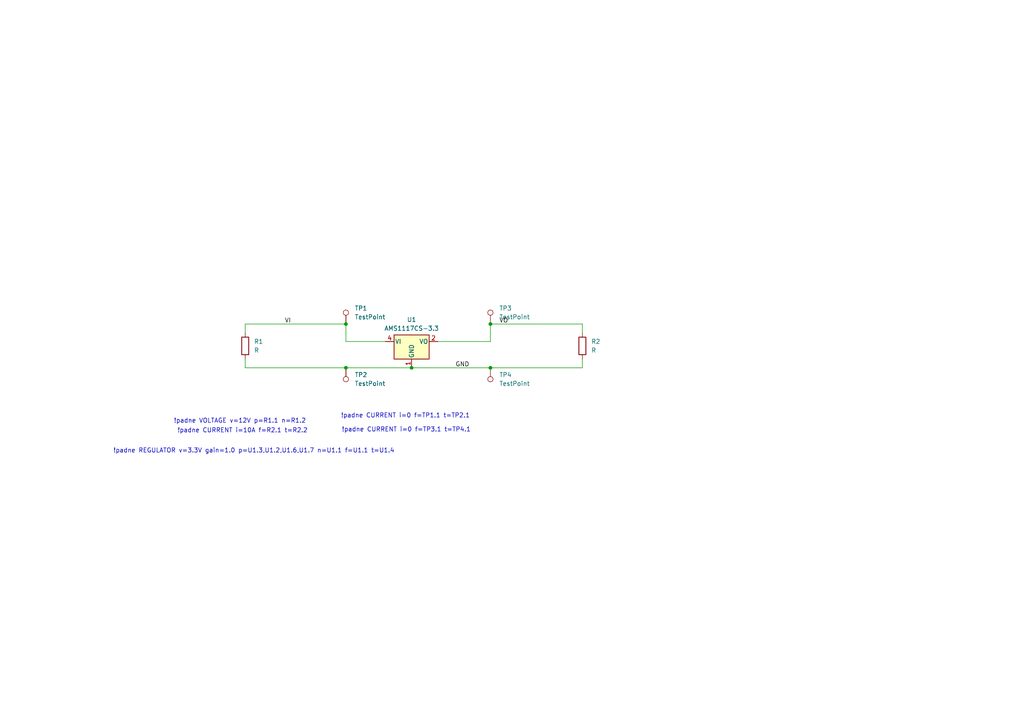
<source format=kicad_sch>
(kicad_sch (version 20231120) (generator "eeschema") (generator_version "8.0")
  (paper "A4")
  (lib_symbols
    (symbol "Connector:TestPoint" (pin_numbers hide) (pin_names (offset 0.762) hide)
      (property "Reference" "TP" (at 0 6.858 0))
      (property "Value" "TestPoint" (at 0 5.08 0))
      (symbol "TestPoint_0_1"
        (circle (center 0 3.302) (radius 0.762))
      )
      (symbol "TestPoint_1_1"
        (pin passive line (at 0 0 90) (length 2.54) (name "1") (number "1"))
      )
    )
    (symbol "Regulator_Linear:AMS1117CS-3.3" (pin_names (offset 0.254))
      (property "Reference" "U" (at -3.81 3.175 0))
      (property "Value" "AMS1117CS-3.3" (at 0 3.175 0))
      (symbol "AMS1117CS-3.3_0_1"
        (rectangle (start -5.08 -5.08) (end 5.08 1.905) (stroke (width 0.254)) (fill (type background)))
      )
      (symbol "AMS1117CS-3.3_1_1"
        (pin power_in line (at 0 -7.62 90) (length 2.54) (name "GND") (number "1"))
        (pin power_out line (at 7.62 0 180) (length 2.54) (name "VO") (number "2"))
        (pin passive line (at 7.62 0 180) (length 2.54) hide (name "VO") (number "3"))
        (pin power_in line (at -7.62 0 0) (length 2.54) (name "VI") (number "4"))
        (pin no_connect line (at -2.54 -2.54 180) (length 2.54) hide (name "NC") (number "5"))
        (pin passive line (at 7.62 0 180) (length 2.54) hide (name "VO") (number "6"))
        (pin passive line (at 7.62 0 180) (length 2.54) hide (name "VO") (number "7"))
        (pin no_connect line (at 2.54 -2.54 0) (length 2.54) hide (name "NC") (number "8"))
      )
    )
    (symbol "rflib:R" (pin_numbers hide) (pin_names (offset 0))
      (property "Reference" "R" (at 2.032 0 90))
      (property "Value" "R" (at 0 0 90))
      (symbol "R_0_1"
        (rectangle (start -1.016 -2.54) (end 1.016 2.54) (stroke (width 0.254)))
      )
      (symbol "R_1_1"
        (pin passive line (at 0 3.81 270) (length 1.27) (name "~") (number "1"))
        (pin passive line (at 0 -3.81 90) (length 1.27) (name "~") (number "2"))
      )
    )
  )
  (junction (at 100.33 93.98))
  (junction (at 142.24 93.98))
  (junction (at 142.24 106.68))
  (junction (at 119.38 106.68))
  (junction (at 100.33 106.68))
  (wire (pts (xy 168.91 106.68) (xy 168.91 104.14)))
  (wire (pts (xy 127 99.06) (xy 142.24 99.06)))
  (wire (pts (xy 142.24 99.06) (xy 142.24 93.98)))
  (wire (pts (xy 100.33 93.98) (xy 100.33 99.06)))
  (wire (pts (xy 168.91 93.98) (xy 168.91 96.52)))
  (wire (pts (xy 119.38 106.68) (xy 142.24 106.68)))
  (wire (pts (xy 71.12 106.68) (xy 71.12 104.14)))
  (wire (pts (xy 71.12 106.68) (xy 100.33 106.68)))
  (wire (pts (xy 100.33 99.06) (xy 111.76 99.06)))
  (wire (pts (xy 71.12 93.98) (xy 100.33 93.98)))
  (wire (pts (xy 142.24 93.98) (xy 168.91 93.98)))
  (wire (pts (xy 100.33 106.68) (xy 119.38 106.68)))
  (wire (pts (xy 142.24 106.68) (xy 168.91 106.68)))
  (wire (pts (xy 71.12 96.52) (xy 71.12 93.98)))
  (text "!padne CURRENT i=0 f=TP3.1 t=TP4.1" (at 117.856 124.714 0) (effects (font (size 1.27 1.27))))
  (text "!padne CURRENT i=10A f=R2.1 t=R2.2" (at 70.358 124.968 0) (effects (font (size 1.27 1.27))))
  (text "!padne REGULATOR v=3.3V gain=1.0 p=U1.3,U1.2,U1.6,U1.7 n=U1.1 f=U1.1 t=U1.4" (at 73.66 130.81 0) (effects (font (size 1.27 1.27))))
  (text "!padne CURRENT i=0 f=TP1.1 t=TP2.1" (at 117.602 120.65 0) (effects (font (size 1.27 1.27))))
  (text "!padne VOLTAGE v=12V p=R1.1 n=R1.2" (at 69.596 122.174 0) (effects (font (size 1.27 1.27))))
  (label "VO" (at 144.78 93.98 0))
  (label "GND" (at 132.08 106.68 0))
  (label "VI" (at 82.55 93.98 0))
  (symbol (lib_id "Connector:TestPoint") (at 142.24 93.98 0) (unit 1)
    (property "Reference" "TP3" (at 144.78 89.4079 0) (effects (justify left)))
    (property "Value" "TestPoint" (at 144.78 91.9479 0) (effects (justify left)))
    (property "Footprint" "TestPoint:TestPoint_Pad_D1.0mm" (effects (hide yes)))
    (property "Description" "test point" (effects (hide yes)))
  )
  (symbol (lib_id "Connector:TestPoint") (at 100.33 106.68 180) (unit 1)
    (property "Reference" "TP2" (at 102.87 108.7119 0) (effects (justify right)))
    (property "Value" "TestPoint" (at 102.87 111.2519 0) (effects (justify right)))
    (property "Footprint" "TestPoint:TestPoint_Pad_D1.0mm" (effects (hide yes)))
    (property "Description" "test point" (effects (hide yes)))
  )
  (symbol (lib_id "rflib:R") (at 71.12 100.33 0) (unit 1)
    (property "Reference" "R1" (at 73.66 99.0599 0) (effects (justify left)))
    (property "Value" "R" (at 73.66 101.5999 0) (effects (justify left)))
    (property "Footprint" "Resistor_SMD:R_1206_3216Metric" (effects (hide yes)))
    (property "Description" "Resistor" (effects (hide yes)))
  )
  (symbol (lib_id "rflib:R") (at 168.91 100.33 0) (unit 1)
    (property "Reference" "R2" (at 171.45 99.0599 0) (effects (justify left)))
    (property "Value" "R" (at 171.45 101.5999 0) (effects (justify left)))
    (property "Footprint" "Resistor_SMD:R_1206_3216Metric" (effects (hide yes)))
    (property "Description" "Resistor" (effects (hide yes)))
  )
  (symbol (lib_id "Connector:TestPoint") (at 142.24 106.68 180) (unit 1)
    (property "Reference" "TP4" (at 144.78 108.7119 0) (effects (justify right)))
    (property "Value" "TestPoint" (at 144.78 111.2519 0) (effects (justify right)))
    (property "Footprint" "TestPoint:TestPoint_Pad_D1.0mm" (effects (hide yes)))
    (property "Description" "test point" (effects (hide yes)))
  )
  (symbol (lib_id "Regulator_Linear:AMS1117CS-3.3") (at 119.38 99.06 0) (unit 1)
    (property "Reference" "U1" (at 119.38 92.71 0))
    (property "Value" "AMS1117CS-3.3" (at 119.38 95.25 0))
    (property "Footprint" "Package_SO:SOIC-8_3.9x4.9mm_P1.27mm" (effects (hide yes)))
    (property "Datasheet" "http://www.advanced-monolithic.com/pdf/ds1117.pdf" (effects (hide yes)))
    (property "Description" "1A Low Dropout regulator, positive, 3.3V fixed output, SOIC-8" (effects (hide yes)))
  )
  (symbol (lib_id "Connector:TestPoint") (at 100.33 93.98 0) (unit 1)
    (property "Reference" "TP1" (at 102.87 89.4079 0) (effects (justify left)))
    (property "Value" "TestPoint" (at 102.87 91.9479 0) (effects (justify left)))
    (property "Footprint" "TestPoint:TestPoint_Pad_D1.0mm" (effects (hide yes)))
    (property "Description" "test point" (effects (hide yes)))
  )
)
</source>
